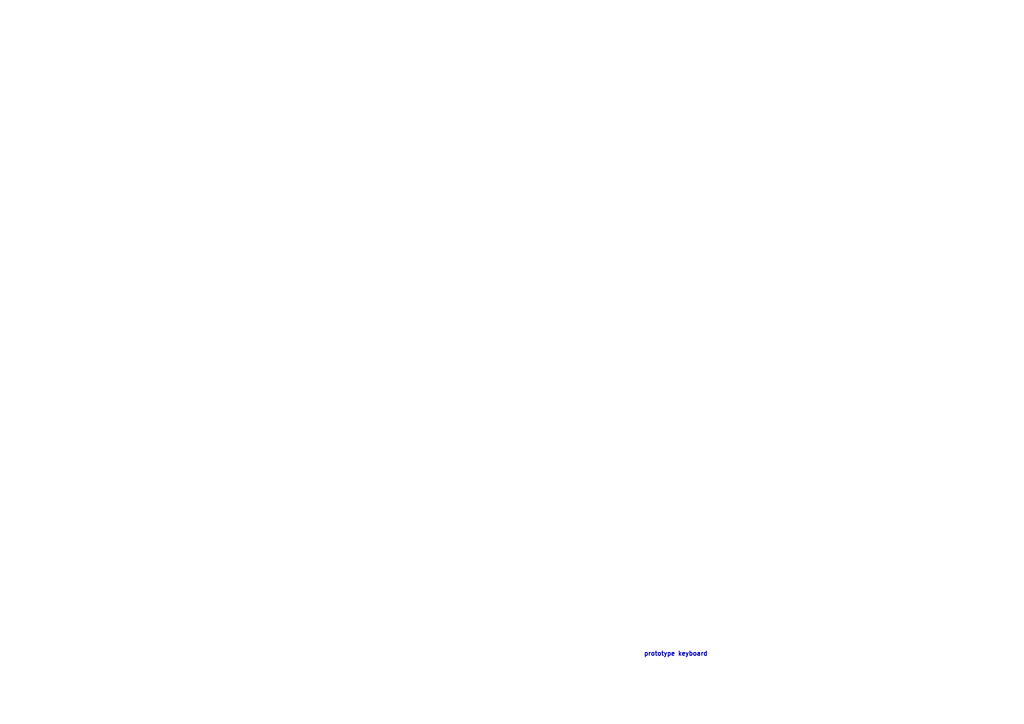
<source format=kicad_sch>
(kicad_sch (version 20211123) (generator eeschema)
  (paper "A4")
  (lib_symbols)
  (text "prototype keyboard" (at 186.69 190.5 0) (effects (font (size 1.27 1.27) (thickness 0.254) bold) (justify left bottom)))
)
</source>
